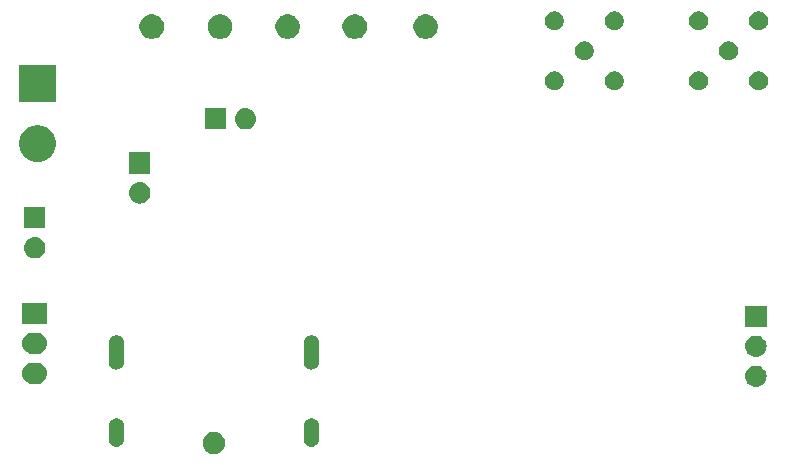
<source format=gbs>
G04 #@! TF.GenerationSoftware,KiCad,Pcbnew,(5.1.4-0-10_14)*
G04 #@! TF.CreationDate,2020-03-05T15:50:17+09:00*
G04 #@! TF.ProjectId,ReadoutBoard_v3_2,52656164-6f75-4744-926f-6172645f7633,rev?*
G04 #@! TF.SameCoordinates,Original*
G04 #@! TF.FileFunction,Soldermask,Bot*
G04 #@! TF.FilePolarity,Negative*
%FSLAX46Y46*%
G04 Gerber Fmt 4.6, Leading zero omitted, Abs format (unit mm)*
G04 Created by KiCad (PCBNEW (5.1.4-0-10_14)) date 2020-03-05 15:50:17*
%MOMM*%
%LPD*%
G04 APERTURE LIST*
%ADD10C,0.100000*%
G04 APERTURE END LIST*
D10*
G36*
X118946195Y-120328946D02*
G01*
X119119266Y-120400634D01*
X119119267Y-120400635D01*
X119275027Y-120504710D01*
X119407490Y-120637173D01*
X119407491Y-120637175D01*
X119511566Y-120792934D01*
X119583254Y-120966005D01*
X119619800Y-121149733D01*
X119619800Y-121337067D01*
X119583254Y-121520795D01*
X119511566Y-121693866D01*
X119511565Y-121693867D01*
X119407490Y-121849627D01*
X119275027Y-121982090D01*
X119196618Y-122034481D01*
X119119266Y-122086166D01*
X118946195Y-122157854D01*
X118762467Y-122194400D01*
X118575133Y-122194400D01*
X118391405Y-122157854D01*
X118218334Y-122086166D01*
X118140982Y-122034481D01*
X118062573Y-121982090D01*
X117930110Y-121849627D01*
X117826035Y-121693867D01*
X117826034Y-121693866D01*
X117754346Y-121520795D01*
X117717800Y-121337067D01*
X117717800Y-121149733D01*
X117754346Y-120966005D01*
X117826034Y-120792934D01*
X117930109Y-120637175D01*
X117930110Y-120637173D01*
X118062573Y-120504710D01*
X118218333Y-120400635D01*
X118218334Y-120400634D01*
X118391405Y-120328946D01*
X118575133Y-120292400D01*
X118762467Y-120292400D01*
X118946195Y-120328946D01*
X118946195Y-120328946D01*
G37*
G36*
X110546417Y-119151820D02*
G01*
X110637203Y-119179360D01*
X110669135Y-119189046D01*
X110782224Y-119249494D01*
X110881354Y-119330847D01*
X110962706Y-119429975D01*
X111023154Y-119543064D01*
X111032840Y-119574996D01*
X111060380Y-119665782D01*
X111069800Y-119761427D01*
X111069800Y-120925373D01*
X111060380Y-121021018D01*
X111032840Y-121111804D01*
X111023154Y-121143736D01*
X110962706Y-121256825D01*
X110881354Y-121355954D01*
X110782225Y-121437306D01*
X110669136Y-121497754D01*
X110637204Y-121507440D01*
X110546418Y-121534980D01*
X110418800Y-121547549D01*
X110291183Y-121534980D01*
X110200397Y-121507440D01*
X110168465Y-121497754D01*
X110055376Y-121437306D01*
X109956247Y-121355954D01*
X109874895Y-121256825D01*
X109814447Y-121143736D01*
X109804761Y-121111804D01*
X109777221Y-121021018D01*
X109767801Y-120925373D01*
X109767800Y-119761428D01*
X109777220Y-119665783D01*
X109814445Y-119543069D01*
X109814446Y-119543065D01*
X109874894Y-119429976D01*
X109956247Y-119330846D01*
X110055375Y-119249494D01*
X110168464Y-119189046D01*
X110200396Y-119179360D01*
X110291182Y-119151820D01*
X110418800Y-119139251D01*
X110546417Y-119151820D01*
X110546417Y-119151820D01*
G37*
G36*
X127056417Y-119151820D02*
G01*
X127147203Y-119179360D01*
X127179135Y-119189046D01*
X127292224Y-119249494D01*
X127391354Y-119330847D01*
X127472706Y-119429975D01*
X127533154Y-119543064D01*
X127542840Y-119574996D01*
X127570380Y-119665782D01*
X127579800Y-119761427D01*
X127579800Y-120925373D01*
X127570380Y-121021018D01*
X127542840Y-121111804D01*
X127533154Y-121143736D01*
X127472706Y-121256825D01*
X127391354Y-121355954D01*
X127292225Y-121437306D01*
X127179136Y-121497754D01*
X127147204Y-121507440D01*
X127056418Y-121534980D01*
X126928800Y-121547549D01*
X126801183Y-121534980D01*
X126710397Y-121507440D01*
X126678465Y-121497754D01*
X126565376Y-121437306D01*
X126466247Y-121355954D01*
X126384895Y-121256825D01*
X126324447Y-121143736D01*
X126314761Y-121111804D01*
X126287221Y-121021018D01*
X126277801Y-120925373D01*
X126277800Y-119761428D01*
X126287220Y-119665783D01*
X126324445Y-119543069D01*
X126324446Y-119543065D01*
X126384894Y-119429976D01*
X126466247Y-119330846D01*
X126565375Y-119249494D01*
X126678464Y-119189046D01*
X126710396Y-119179360D01*
X126801182Y-119151820D01*
X126928800Y-119139251D01*
X127056417Y-119151820D01*
X127056417Y-119151820D01*
G37*
G36*
X164677043Y-114700919D02*
G01*
X164743227Y-114707437D01*
X164913066Y-114758957D01*
X165069591Y-114842622D01*
X165105329Y-114871952D01*
X165206786Y-114955214D01*
X165257942Y-115017549D01*
X165319378Y-115092409D01*
X165403043Y-115248934D01*
X165454563Y-115418773D01*
X165471959Y-115595400D01*
X165454563Y-115772027D01*
X165403043Y-115941866D01*
X165319378Y-116098391D01*
X165290048Y-116134129D01*
X165206786Y-116235586D01*
X165105329Y-116318848D01*
X165069591Y-116348178D01*
X164913066Y-116431843D01*
X164743227Y-116483363D01*
X164677042Y-116489882D01*
X164610860Y-116496400D01*
X164522340Y-116496400D01*
X164456158Y-116489882D01*
X164389973Y-116483363D01*
X164220134Y-116431843D01*
X164063609Y-116348178D01*
X164027871Y-116318848D01*
X163926414Y-116235586D01*
X163843152Y-116134129D01*
X163813822Y-116098391D01*
X163730157Y-115941866D01*
X163678637Y-115772027D01*
X163661241Y-115595400D01*
X163678637Y-115418773D01*
X163730157Y-115248934D01*
X163813822Y-115092409D01*
X163875258Y-115017549D01*
X163926414Y-114955214D01*
X164027871Y-114871952D01*
X164063609Y-114842622D01*
X164220134Y-114758957D01*
X164389973Y-114707437D01*
X164456157Y-114700919D01*
X164522340Y-114694400D01*
X164610860Y-114694400D01*
X164677043Y-114700919D01*
X164677043Y-114700919D01*
G37*
G36*
X103815343Y-114436761D02*
G01*
X103834568Y-114438654D01*
X104007234Y-114491032D01*
X104166365Y-114576089D01*
X104305844Y-114690556D01*
X104420311Y-114830035D01*
X104505368Y-114989166D01*
X104505368Y-114989167D01*
X104536687Y-115092409D01*
X104557746Y-115161833D01*
X104575432Y-115341400D01*
X104557746Y-115520967D01*
X104505368Y-115693634D01*
X104420311Y-115852765D01*
X104305844Y-115992244D01*
X104166365Y-116106711D01*
X104007234Y-116191768D01*
X103920900Y-116217957D01*
X103834568Y-116244146D01*
X103815343Y-116246039D01*
X103699998Y-116257400D01*
X103310002Y-116257400D01*
X103194657Y-116246039D01*
X103175432Y-116244146D01*
X103089100Y-116217957D01*
X103002766Y-116191768D01*
X102843635Y-116106711D01*
X102704156Y-115992244D01*
X102589689Y-115852765D01*
X102504632Y-115693634D01*
X102452254Y-115520967D01*
X102434568Y-115341400D01*
X102452254Y-115161833D01*
X102473314Y-115092409D01*
X102504632Y-114989167D01*
X102504632Y-114989166D01*
X102589689Y-114830035D01*
X102704156Y-114690556D01*
X102843635Y-114576089D01*
X103002766Y-114491032D01*
X103175432Y-114438654D01*
X103194657Y-114436761D01*
X103310002Y-114425400D01*
X103699998Y-114425400D01*
X103815343Y-114436761D01*
X103815343Y-114436761D01*
G37*
G36*
X110546417Y-112121820D02*
G01*
X110637203Y-112149360D01*
X110669135Y-112159046D01*
X110782224Y-112219494D01*
X110881354Y-112300847D01*
X110962706Y-112399975D01*
X111023154Y-112513064D01*
X111032840Y-112544996D01*
X111060380Y-112635782D01*
X111060380Y-112635784D01*
X111067585Y-112708932D01*
X111069800Y-112731427D01*
X111069800Y-114395373D01*
X111060380Y-114491018D01*
X111034574Y-114576089D01*
X111023154Y-114613736D01*
X110962706Y-114726825D01*
X110881354Y-114825954D01*
X110782225Y-114907306D01*
X110669136Y-114967754D01*
X110637204Y-114977440D01*
X110546418Y-115004980D01*
X110418800Y-115017549D01*
X110291183Y-115004980D01*
X110200397Y-114977440D01*
X110168465Y-114967754D01*
X110055376Y-114907306D01*
X109956247Y-114825954D01*
X109874895Y-114726825D01*
X109814447Y-114613736D01*
X109803027Y-114576089D01*
X109777221Y-114491018D01*
X109767801Y-114395373D01*
X109767800Y-112731428D01*
X109777220Y-112635783D01*
X109814445Y-112513069D01*
X109814446Y-112513065D01*
X109874894Y-112399976D01*
X109956247Y-112300846D01*
X110055375Y-112219494D01*
X110168464Y-112159046D01*
X110200396Y-112149360D01*
X110291182Y-112121820D01*
X110418800Y-112109251D01*
X110546417Y-112121820D01*
X110546417Y-112121820D01*
G37*
G36*
X127056417Y-112121820D02*
G01*
X127147203Y-112149360D01*
X127179135Y-112159046D01*
X127292224Y-112219494D01*
X127391354Y-112300847D01*
X127472706Y-112399975D01*
X127533154Y-112513064D01*
X127542840Y-112544996D01*
X127570380Y-112635782D01*
X127570380Y-112635784D01*
X127577585Y-112708932D01*
X127579800Y-112731427D01*
X127579800Y-114395373D01*
X127570380Y-114491018D01*
X127544574Y-114576089D01*
X127533154Y-114613736D01*
X127472706Y-114726825D01*
X127391354Y-114825954D01*
X127292225Y-114907306D01*
X127179136Y-114967754D01*
X127147204Y-114977440D01*
X127056418Y-115004980D01*
X126928800Y-115017549D01*
X126801183Y-115004980D01*
X126710397Y-114977440D01*
X126678465Y-114967754D01*
X126565376Y-114907306D01*
X126466247Y-114825954D01*
X126384895Y-114726825D01*
X126324447Y-114613736D01*
X126313027Y-114576089D01*
X126287221Y-114491018D01*
X126277801Y-114395373D01*
X126277800Y-112731428D01*
X126287220Y-112635783D01*
X126324445Y-112513069D01*
X126324446Y-112513065D01*
X126384894Y-112399976D01*
X126466247Y-112300846D01*
X126565375Y-112219494D01*
X126678464Y-112159046D01*
X126710396Y-112149360D01*
X126801182Y-112121820D01*
X126928800Y-112109251D01*
X127056417Y-112121820D01*
X127056417Y-112121820D01*
G37*
G36*
X164677043Y-112160919D02*
G01*
X164743227Y-112167437D01*
X164913066Y-112218957D01*
X165069591Y-112302622D01*
X165105329Y-112331952D01*
X165206786Y-112415214D01*
X165287092Y-112513069D01*
X165319378Y-112552409D01*
X165403043Y-112708934D01*
X165454563Y-112878773D01*
X165471959Y-113055400D01*
X165454563Y-113232027D01*
X165403043Y-113401866D01*
X165319378Y-113558391D01*
X165290048Y-113594129D01*
X165206786Y-113695586D01*
X165105329Y-113778848D01*
X165069591Y-113808178D01*
X164913066Y-113891843D01*
X164743227Y-113943363D01*
X164677043Y-113949881D01*
X164610860Y-113956400D01*
X164522340Y-113956400D01*
X164456157Y-113949881D01*
X164389973Y-113943363D01*
X164220134Y-113891843D01*
X164063609Y-113808178D01*
X164027871Y-113778848D01*
X163926414Y-113695586D01*
X163843152Y-113594129D01*
X163813822Y-113558391D01*
X163730157Y-113401866D01*
X163678637Y-113232027D01*
X163661241Y-113055400D01*
X163678637Y-112878773D01*
X163730157Y-112708934D01*
X163813822Y-112552409D01*
X163846108Y-112513069D01*
X163926414Y-112415214D01*
X164027871Y-112331952D01*
X164063609Y-112302622D01*
X164220134Y-112218957D01*
X164389973Y-112167437D01*
X164456157Y-112160919D01*
X164522340Y-112154400D01*
X164610860Y-112154400D01*
X164677043Y-112160919D01*
X164677043Y-112160919D01*
G37*
G36*
X103815343Y-111896761D02*
G01*
X103834568Y-111898654D01*
X104007234Y-111951032D01*
X104166365Y-112036089D01*
X104305844Y-112150556D01*
X104420311Y-112290035D01*
X104505368Y-112449166D01*
X104524752Y-112513068D01*
X104536687Y-112552409D01*
X104557746Y-112621833D01*
X104575432Y-112801400D01*
X104557746Y-112980967D01*
X104505368Y-113153634D01*
X104420311Y-113312765D01*
X104305844Y-113452244D01*
X104166365Y-113566711D01*
X104007234Y-113651768D01*
X103920900Y-113677957D01*
X103834568Y-113704146D01*
X103815343Y-113706039D01*
X103699998Y-113717400D01*
X103310002Y-113717400D01*
X103194657Y-113706039D01*
X103175432Y-113704146D01*
X103089100Y-113677957D01*
X103002766Y-113651768D01*
X102843635Y-113566711D01*
X102704156Y-113452244D01*
X102589689Y-113312765D01*
X102504632Y-113153634D01*
X102452254Y-112980967D01*
X102434568Y-112801400D01*
X102452254Y-112621833D01*
X102473314Y-112552409D01*
X102485248Y-112513068D01*
X102504632Y-112449166D01*
X102589689Y-112290035D01*
X102704156Y-112150556D01*
X102843635Y-112036089D01*
X103002766Y-111951032D01*
X103175432Y-111898654D01*
X103194657Y-111896761D01*
X103310002Y-111885400D01*
X103699998Y-111885400D01*
X103815343Y-111896761D01*
X103815343Y-111896761D01*
G37*
G36*
X165467600Y-111416400D02*
G01*
X163665600Y-111416400D01*
X163665600Y-109614400D01*
X165467600Y-109614400D01*
X165467600Y-111416400D01*
X165467600Y-111416400D01*
G37*
G36*
X104571000Y-111177400D02*
G01*
X102439000Y-111177400D01*
X102439000Y-109345400D01*
X104571000Y-109345400D01*
X104571000Y-111177400D01*
X104571000Y-111177400D01*
G37*
G36*
X103615443Y-103817019D02*
G01*
X103681627Y-103823537D01*
X103851466Y-103875057D01*
X104007991Y-103958722D01*
X104043729Y-103988052D01*
X104145186Y-104071314D01*
X104228448Y-104172771D01*
X104257778Y-104208509D01*
X104341443Y-104365034D01*
X104392963Y-104534873D01*
X104410359Y-104711500D01*
X104392963Y-104888127D01*
X104341443Y-105057966D01*
X104257778Y-105214491D01*
X104228448Y-105250229D01*
X104145186Y-105351686D01*
X104043729Y-105434948D01*
X104007991Y-105464278D01*
X103851466Y-105547943D01*
X103681627Y-105599463D01*
X103615443Y-105605981D01*
X103549260Y-105612500D01*
X103460740Y-105612500D01*
X103394557Y-105605981D01*
X103328373Y-105599463D01*
X103158534Y-105547943D01*
X103002009Y-105464278D01*
X102966271Y-105434948D01*
X102864814Y-105351686D01*
X102781552Y-105250229D01*
X102752222Y-105214491D01*
X102668557Y-105057966D01*
X102617037Y-104888127D01*
X102599641Y-104711500D01*
X102617037Y-104534873D01*
X102668557Y-104365034D01*
X102752222Y-104208509D01*
X102781552Y-104172771D01*
X102864814Y-104071314D01*
X102966271Y-103988052D01*
X103002009Y-103958722D01*
X103158534Y-103875057D01*
X103328373Y-103823537D01*
X103394558Y-103817018D01*
X103460740Y-103810500D01*
X103549260Y-103810500D01*
X103615443Y-103817019D01*
X103615443Y-103817019D01*
G37*
G36*
X104406000Y-103072500D02*
G01*
X102604000Y-103072500D01*
X102604000Y-101270500D01*
X104406000Y-101270500D01*
X104406000Y-103072500D01*
X104406000Y-103072500D01*
G37*
G36*
X112505442Y-99168818D02*
G01*
X112571627Y-99175337D01*
X112741466Y-99226857D01*
X112897991Y-99310522D01*
X112933729Y-99339852D01*
X113035186Y-99423114D01*
X113118448Y-99524571D01*
X113147778Y-99560309D01*
X113231443Y-99716834D01*
X113282963Y-99886673D01*
X113300359Y-100063300D01*
X113282963Y-100239927D01*
X113231443Y-100409766D01*
X113147778Y-100566291D01*
X113118448Y-100602029D01*
X113035186Y-100703486D01*
X112933729Y-100786748D01*
X112897991Y-100816078D01*
X112741466Y-100899743D01*
X112571627Y-100951263D01*
X112505443Y-100957781D01*
X112439260Y-100964300D01*
X112350740Y-100964300D01*
X112284557Y-100957781D01*
X112218373Y-100951263D01*
X112048534Y-100899743D01*
X111892009Y-100816078D01*
X111856271Y-100786748D01*
X111754814Y-100703486D01*
X111671552Y-100602029D01*
X111642222Y-100566291D01*
X111558557Y-100409766D01*
X111507037Y-100239927D01*
X111489641Y-100063300D01*
X111507037Y-99886673D01*
X111558557Y-99716834D01*
X111642222Y-99560309D01*
X111671552Y-99524571D01*
X111754814Y-99423114D01*
X111856271Y-99339852D01*
X111892009Y-99310522D01*
X112048534Y-99226857D01*
X112218373Y-99175337D01*
X112284557Y-99168819D01*
X112350740Y-99162300D01*
X112439260Y-99162300D01*
X112505442Y-99168818D01*
X112505442Y-99168818D01*
G37*
G36*
X113296000Y-98424300D02*
G01*
X111494000Y-98424300D01*
X111494000Y-96622300D01*
X113296000Y-96622300D01*
X113296000Y-98424300D01*
X113296000Y-98424300D01*
G37*
G36*
X104061585Y-94363802D02*
G01*
X104211410Y-94393604D01*
X104493674Y-94510521D01*
X104747705Y-94680259D01*
X104963741Y-94896295D01*
X105133479Y-95150326D01*
X105250396Y-95432590D01*
X105310000Y-95732240D01*
X105310000Y-96037760D01*
X105250396Y-96337410D01*
X105133479Y-96619674D01*
X104963741Y-96873705D01*
X104747705Y-97089741D01*
X104493674Y-97259479D01*
X104211410Y-97376396D01*
X104061585Y-97406198D01*
X103911761Y-97436000D01*
X103606239Y-97436000D01*
X103456415Y-97406198D01*
X103306590Y-97376396D01*
X103024326Y-97259479D01*
X102770295Y-97089741D01*
X102554259Y-96873705D01*
X102384521Y-96619674D01*
X102267604Y-96337410D01*
X102208000Y-96037760D01*
X102208000Y-95732240D01*
X102267604Y-95432590D01*
X102384521Y-95150326D01*
X102554259Y-94896295D01*
X102770295Y-94680259D01*
X103024326Y-94510521D01*
X103306590Y-94393604D01*
X103456415Y-94363802D01*
X103606239Y-94334000D01*
X103911761Y-94334000D01*
X104061585Y-94363802D01*
X104061585Y-94363802D01*
G37*
G36*
X121458942Y-92882318D02*
G01*
X121525127Y-92888837D01*
X121694966Y-92940357D01*
X121851491Y-93024022D01*
X121887229Y-93053352D01*
X121988686Y-93136614D01*
X122071948Y-93238071D01*
X122101278Y-93273809D01*
X122184943Y-93430334D01*
X122236463Y-93600173D01*
X122253859Y-93776800D01*
X122236463Y-93953427D01*
X122184943Y-94123266D01*
X122101278Y-94279791D01*
X122071948Y-94315529D01*
X121988686Y-94416986D01*
X121887229Y-94500248D01*
X121851491Y-94529578D01*
X121694966Y-94613243D01*
X121525127Y-94664763D01*
X121458943Y-94671281D01*
X121392760Y-94677800D01*
X121304240Y-94677800D01*
X121238057Y-94671281D01*
X121171873Y-94664763D01*
X121002034Y-94613243D01*
X120845509Y-94529578D01*
X120809771Y-94500248D01*
X120708314Y-94416986D01*
X120625052Y-94315529D01*
X120595722Y-94279791D01*
X120512057Y-94123266D01*
X120460537Y-93953427D01*
X120443141Y-93776800D01*
X120460537Y-93600173D01*
X120512057Y-93430334D01*
X120595722Y-93273809D01*
X120625052Y-93238071D01*
X120708314Y-93136614D01*
X120809771Y-93053352D01*
X120845509Y-93024022D01*
X121002034Y-92940357D01*
X121171873Y-92888837D01*
X121238058Y-92882318D01*
X121304240Y-92875800D01*
X121392760Y-92875800D01*
X121458942Y-92882318D01*
X121458942Y-92882318D01*
G37*
G36*
X119709500Y-94677800D02*
G01*
X117907500Y-94677800D01*
X117907500Y-92875800D01*
X119709500Y-92875800D01*
X119709500Y-94677800D01*
X119709500Y-94677800D01*
G37*
G36*
X105310000Y-92356000D02*
G01*
X102208000Y-92356000D01*
X102208000Y-89254000D01*
X105310000Y-89254000D01*
X105310000Y-92356000D01*
X105310000Y-92356000D01*
G37*
G36*
X147731442Y-89806181D02*
G01*
X147877214Y-89866562D01*
X147877216Y-89866563D01*
X148008408Y-89954222D01*
X148119978Y-90065792D01*
X148207637Y-90196984D01*
X148207638Y-90196986D01*
X148268019Y-90342758D01*
X148298800Y-90497507D01*
X148298800Y-90655293D01*
X148268019Y-90810042D01*
X148207638Y-90955814D01*
X148207637Y-90955816D01*
X148119978Y-91087008D01*
X148008408Y-91198578D01*
X147877216Y-91286237D01*
X147877215Y-91286238D01*
X147877214Y-91286238D01*
X147731442Y-91346619D01*
X147576693Y-91377400D01*
X147418907Y-91377400D01*
X147264158Y-91346619D01*
X147118386Y-91286238D01*
X147118385Y-91286238D01*
X147118384Y-91286237D01*
X146987192Y-91198578D01*
X146875622Y-91087008D01*
X146787963Y-90955816D01*
X146787962Y-90955814D01*
X146727581Y-90810042D01*
X146696800Y-90655293D01*
X146696800Y-90497507D01*
X146727581Y-90342758D01*
X146787962Y-90196986D01*
X146787963Y-90196984D01*
X146875622Y-90065792D01*
X146987192Y-89954222D01*
X147118384Y-89866563D01*
X147118386Y-89866562D01*
X147264158Y-89806181D01*
X147418907Y-89775400D01*
X147576693Y-89775400D01*
X147731442Y-89806181D01*
X147731442Y-89806181D01*
G37*
G36*
X152811442Y-89806181D02*
G01*
X152957214Y-89866562D01*
X152957216Y-89866563D01*
X153088408Y-89954222D01*
X153199978Y-90065792D01*
X153287637Y-90196984D01*
X153287638Y-90196986D01*
X153348019Y-90342758D01*
X153378800Y-90497507D01*
X153378800Y-90655293D01*
X153348019Y-90810042D01*
X153287638Y-90955814D01*
X153287637Y-90955816D01*
X153199978Y-91087008D01*
X153088408Y-91198578D01*
X152957216Y-91286237D01*
X152957215Y-91286238D01*
X152957214Y-91286238D01*
X152811442Y-91346619D01*
X152656693Y-91377400D01*
X152498907Y-91377400D01*
X152344158Y-91346619D01*
X152198386Y-91286238D01*
X152198385Y-91286238D01*
X152198384Y-91286237D01*
X152067192Y-91198578D01*
X151955622Y-91087008D01*
X151867963Y-90955816D01*
X151867962Y-90955814D01*
X151807581Y-90810042D01*
X151776800Y-90655293D01*
X151776800Y-90497507D01*
X151807581Y-90342758D01*
X151867962Y-90196986D01*
X151867963Y-90196984D01*
X151955622Y-90065792D01*
X152067192Y-89954222D01*
X152198384Y-89866563D01*
X152198386Y-89866562D01*
X152344158Y-89806181D01*
X152498907Y-89775400D01*
X152656693Y-89775400D01*
X152811442Y-89806181D01*
X152811442Y-89806181D01*
G37*
G36*
X159948842Y-89806181D02*
G01*
X160094614Y-89866562D01*
X160094616Y-89866563D01*
X160225808Y-89954222D01*
X160337378Y-90065792D01*
X160425037Y-90196984D01*
X160425038Y-90196986D01*
X160485419Y-90342758D01*
X160516200Y-90497507D01*
X160516200Y-90655293D01*
X160485419Y-90810042D01*
X160425038Y-90955814D01*
X160425037Y-90955816D01*
X160337378Y-91087008D01*
X160225808Y-91198578D01*
X160094616Y-91286237D01*
X160094615Y-91286238D01*
X160094614Y-91286238D01*
X159948842Y-91346619D01*
X159794093Y-91377400D01*
X159636307Y-91377400D01*
X159481558Y-91346619D01*
X159335786Y-91286238D01*
X159335785Y-91286238D01*
X159335784Y-91286237D01*
X159204592Y-91198578D01*
X159093022Y-91087008D01*
X159005363Y-90955816D01*
X159005362Y-90955814D01*
X158944981Y-90810042D01*
X158914200Y-90655293D01*
X158914200Y-90497507D01*
X158944981Y-90342758D01*
X159005362Y-90196986D01*
X159005363Y-90196984D01*
X159093022Y-90065792D01*
X159204592Y-89954222D01*
X159335784Y-89866563D01*
X159335786Y-89866562D01*
X159481558Y-89806181D01*
X159636307Y-89775400D01*
X159794093Y-89775400D01*
X159948842Y-89806181D01*
X159948842Y-89806181D01*
G37*
G36*
X165028842Y-89806181D02*
G01*
X165174614Y-89866562D01*
X165174616Y-89866563D01*
X165305808Y-89954222D01*
X165417378Y-90065792D01*
X165505037Y-90196984D01*
X165505038Y-90196986D01*
X165565419Y-90342758D01*
X165596200Y-90497507D01*
X165596200Y-90655293D01*
X165565419Y-90810042D01*
X165505038Y-90955814D01*
X165505037Y-90955816D01*
X165417378Y-91087008D01*
X165305808Y-91198578D01*
X165174616Y-91286237D01*
X165174615Y-91286238D01*
X165174614Y-91286238D01*
X165028842Y-91346619D01*
X164874093Y-91377400D01*
X164716307Y-91377400D01*
X164561558Y-91346619D01*
X164415786Y-91286238D01*
X164415785Y-91286238D01*
X164415784Y-91286237D01*
X164284592Y-91198578D01*
X164173022Y-91087008D01*
X164085363Y-90955816D01*
X164085362Y-90955814D01*
X164024981Y-90810042D01*
X163994200Y-90655293D01*
X163994200Y-90497507D01*
X164024981Y-90342758D01*
X164085362Y-90196986D01*
X164085363Y-90196984D01*
X164173022Y-90065792D01*
X164284592Y-89954222D01*
X164415784Y-89866563D01*
X164415786Y-89866562D01*
X164561558Y-89806181D01*
X164716307Y-89775400D01*
X164874093Y-89775400D01*
X165028842Y-89806181D01*
X165028842Y-89806181D01*
G37*
G36*
X162488842Y-87266181D02*
G01*
X162634614Y-87326562D01*
X162634616Y-87326563D01*
X162765808Y-87414222D01*
X162877378Y-87525792D01*
X162965037Y-87656984D01*
X162965038Y-87656986D01*
X163025419Y-87802758D01*
X163056200Y-87957507D01*
X163056200Y-88115293D01*
X163025419Y-88270042D01*
X162965038Y-88415814D01*
X162965037Y-88415816D01*
X162877378Y-88547008D01*
X162765808Y-88658578D01*
X162634616Y-88746237D01*
X162634615Y-88746238D01*
X162634614Y-88746238D01*
X162488842Y-88806619D01*
X162334093Y-88837400D01*
X162176307Y-88837400D01*
X162021558Y-88806619D01*
X161875786Y-88746238D01*
X161875785Y-88746238D01*
X161875784Y-88746237D01*
X161744592Y-88658578D01*
X161633022Y-88547008D01*
X161545363Y-88415816D01*
X161545362Y-88415814D01*
X161484981Y-88270042D01*
X161454200Y-88115293D01*
X161454200Y-87957507D01*
X161484981Y-87802758D01*
X161545362Y-87656986D01*
X161545363Y-87656984D01*
X161633022Y-87525792D01*
X161744592Y-87414222D01*
X161875784Y-87326563D01*
X161875786Y-87326562D01*
X162021558Y-87266181D01*
X162176307Y-87235400D01*
X162334093Y-87235400D01*
X162488842Y-87266181D01*
X162488842Y-87266181D01*
G37*
G36*
X150271442Y-87266181D02*
G01*
X150417214Y-87326562D01*
X150417216Y-87326563D01*
X150548408Y-87414222D01*
X150659978Y-87525792D01*
X150747637Y-87656984D01*
X150747638Y-87656986D01*
X150808019Y-87802758D01*
X150838800Y-87957507D01*
X150838800Y-88115293D01*
X150808019Y-88270042D01*
X150747638Y-88415814D01*
X150747637Y-88415816D01*
X150659978Y-88547008D01*
X150548408Y-88658578D01*
X150417216Y-88746237D01*
X150417215Y-88746238D01*
X150417214Y-88746238D01*
X150271442Y-88806619D01*
X150116693Y-88837400D01*
X149958907Y-88837400D01*
X149804158Y-88806619D01*
X149658386Y-88746238D01*
X149658385Y-88746238D01*
X149658384Y-88746237D01*
X149527192Y-88658578D01*
X149415622Y-88547008D01*
X149327963Y-88415816D01*
X149327962Y-88415814D01*
X149267581Y-88270042D01*
X149236800Y-88115293D01*
X149236800Y-87957507D01*
X149267581Y-87802758D01*
X149327962Y-87656986D01*
X149327963Y-87656984D01*
X149415622Y-87525792D01*
X149527192Y-87414222D01*
X149658384Y-87326563D01*
X149658386Y-87326562D01*
X149804158Y-87266181D01*
X149958907Y-87235400D01*
X150116693Y-87235400D01*
X150271442Y-87266181D01*
X150271442Y-87266181D01*
G37*
G36*
X113717564Y-84968389D02*
G01*
X113908833Y-85047615D01*
X113908835Y-85047616D01*
X114012651Y-85116984D01*
X114080973Y-85162635D01*
X114227365Y-85309027D01*
X114342385Y-85481167D01*
X114421611Y-85672436D01*
X114462000Y-85875484D01*
X114462000Y-86082516D01*
X114421611Y-86285564D01*
X114416708Y-86297400D01*
X114342384Y-86476835D01*
X114227365Y-86648973D01*
X114080973Y-86795365D01*
X113908835Y-86910384D01*
X113908834Y-86910385D01*
X113908833Y-86910385D01*
X113717564Y-86989611D01*
X113514516Y-87030000D01*
X113307484Y-87030000D01*
X113104436Y-86989611D01*
X112913167Y-86910385D01*
X112913166Y-86910385D01*
X112913165Y-86910384D01*
X112741027Y-86795365D01*
X112594635Y-86648973D01*
X112479616Y-86476835D01*
X112405292Y-86297400D01*
X112400389Y-86285564D01*
X112360000Y-86082516D01*
X112360000Y-85875484D01*
X112400389Y-85672436D01*
X112479615Y-85481167D01*
X112594635Y-85309027D01*
X112741027Y-85162635D01*
X112809349Y-85116984D01*
X112913165Y-85047616D01*
X112913167Y-85047615D01*
X113104436Y-84968389D01*
X113307484Y-84928000D01*
X113514516Y-84928000D01*
X113717564Y-84968389D01*
X113717564Y-84968389D01*
G37*
G36*
X136907764Y-84968389D02*
G01*
X137099033Y-85047615D01*
X137099035Y-85047616D01*
X137202851Y-85116984D01*
X137271173Y-85162635D01*
X137417565Y-85309027D01*
X137532585Y-85481167D01*
X137611811Y-85672436D01*
X137652200Y-85875484D01*
X137652200Y-86082516D01*
X137611811Y-86285564D01*
X137606908Y-86297400D01*
X137532584Y-86476835D01*
X137417565Y-86648973D01*
X137271173Y-86795365D01*
X137099035Y-86910384D01*
X137099034Y-86910385D01*
X137099033Y-86910385D01*
X136907764Y-86989611D01*
X136704716Y-87030000D01*
X136497684Y-87030000D01*
X136294636Y-86989611D01*
X136103367Y-86910385D01*
X136103366Y-86910385D01*
X136103365Y-86910384D01*
X135931227Y-86795365D01*
X135784835Y-86648973D01*
X135669816Y-86476835D01*
X135595492Y-86297400D01*
X135590589Y-86285564D01*
X135550200Y-86082516D01*
X135550200Y-85875484D01*
X135590589Y-85672436D01*
X135669815Y-85481167D01*
X135784835Y-85309027D01*
X135931227Y-85162635D01*
X135999549Y-85116984D01*
X136103365Y-85047616D01*
X136103367Y-85047615D01*
X136294636Y-84968389D01*
X136497684Y-84928000D01*
X136704716Y-84928000D01*
X136907764Y-84968389D01*
X136907764Y-84968389D01*
G37*
G36*
X130913364Y-84968389D02*
G01*
X131104633Y-85047615D01*
X131104635Y-85047616D01*
X131208451Y-85116984D01*
X131276773Y-85162635D01*
X131423165Y-85309027D01*
X131538185Y-85481167D01*
X131617411Y-85672436D01*
X131657800Y-85875484D01*
X131657800Y-86082516D01*
X131617411Y-86285564D01*
X131612508Y-86297400D01*
X131538184Y-86476835D01*
X131423165Y-86648973D01*
X131276773Y-86795365D01*
X131104635Y-86910384D01*
X131104634Y-86910385D01*
X131104633Y-86910385D01*
X130913364Y-86989611D01*
X130710316Y-87030000D01*
X130503284Y-87030000D01*
X130300236Y-86989611D01*
X130108967Y-86910385D01*
X130108966Y-86910385D01*
X130108965Y-86910384D01*
X129936827Y-86795365D01*
X129790435Y-86648973D01*
X129675416Y-86476835D01*
X129601092Y-86297400D01*
X129596189Y-86285564D01*
X129555800Y-86082516D01*
X129555800Y-85875484D01*
X129596189Y-85672436D01*
X129675415Y-85481167D01*
X129790435Y-85309027D01*
X129936827Y-85162635D01*
X130005149Y-85116984D01*
X130108965Y-85047616D01*
X130108967Y-85047615D01*
X130300236Y-84968389D01*
X130503284Y-84928000D01*
X130710316Y-84928000D01*
X130913364Y-84968389D01*
X130913364Y-84968389D01*
G37*
G36*
X125223764Y-84968389D02*
G01*
X125415033Y-85047615D01*
X125415035Y-85047616D01*
X125518851Y-85116984D01*
X125587173Y-85162635D01*
X125733565Y-85309027D01*
X125848585Y-85481167D01*
X125927811Y-85672436D01*
X125968200Y-85875484D01*
X125968200Y-86082516D01*
X125927811Y-86285564D01*
X125922908Y-86297400D01*
X125848584Y-86476835D01*
X125733565Y-86648973D01*
X125587173Y-86795365D01*
X125415035Y-86910384D01*
X125415034Y-86910385D01*
X125415033Y-86910385D01*
X125223764Y-86989611D01*
X125020716Y-87030000D01*
X124813684Y-87030000D01*
X124610636Y-86989611D01*
X124419367Y-86910385D01*
X124419366Y-86910385D01*
X124419365Y-86910384D01*
X124247227Y-86795365D01*
X124100835Y-86648973D01*
X123985816Y-86476835D01*
X123911492Y-86297400D01*
X123906589Y-86285564D01*
X123866200Y-86082516D01*
X123866200Y-85875484D01*
X123906589Y-85672436D01*
X123985815Y-85481167D01*
X124100835Y-85309027D01*
X124247227Y-85162635D01*
X124315549Y-85116984D01*
X124419365Y-85047616D01*
X124419367Y-85047615D01*
X124610636Y-84968389D01*
X124813684Y-84928000D01*
X125020716Y-84928000D01*
X125223764Y-84968389D01*
X125223764Y-84968389D01*
G37*
G36*
X119508764Y-84968389D02*
G01*
X119700033Y-85047615D01*
X119700035Y-85047616D01*
X119803851Y-85116984D01*
X119872173Y-85162635D01*
X120018565Y-85309027D01*
X120133585Y-85481167D01*
X120212811Y-85672436D01*
X120253200Y-85875484D01*
X120253200Y-86082516D01*
X120212811Y-86285564D01*
X120207908Y-86297400D01*
X120133584Y-86476835D01*
X120018565Y-86648973D01*
X119872173Y-86795365D01*
X119700035Y-86910384D01*
X119700034Y-86910385D01*
X119700033Y-86910385D01*
X119508764Y-86989611D01*
X119305716Y-87030000D01*
X119098684Y-87030000D01*
X118895636Y-86989611D01*
X118704367Y-86910385D01*
X118704366Y-86910385D01*
X118704365Y-86910384D01*
X118532227Y-86795365D01*
X118385835Y-86648973D01*
X118270816Y-86476835D01*
X118196492Y-86297400D01*
X118191589Y-86285564D01*
X118151200Y-86082516D01*
X118151200Y-85875484D01*
X118191589Y-85672436D01*
X118270815Y-85481167D01*
X118385835Y-85309027D01*
X118532227Y-85162635D01*
X118600549Y-85116984D01*
X118704365Y-85047616D01*
X118704367Y-85047615D01*
X118895636Y-84968389D01*
X119098684Y-84928000D01*
X119305716Y-84928000D01*
X119508764Y-84968389D01*
X119508764Y-84968389D01*
G37*
G36*
X165028842Y-84726181D02*
G01*
X165174614Y-84786562D01*
X165174616Y-84786563D01*
X165305808Y-84874222D01*
X165417378Y-84985792D01*
X165458686Y-85047615D01*
X165505038Y-85116986D01*
X165565419Y-85262758D01*
X165596200Y-85417507D01*
X165596200Y-85575293D01*
X165565419Y-85730042D01*
X165505175Y-85875484D01*
X165505037Y-85875816D01*
X165417378Y-86007008D01*
X165305808Y-86118578D01*
X165174616Y-86206237D01*
X165174615Y-86206238D01*
X165174614Y-86206238D01*
X165028842Y-86266619D01*
X164874093Y-86297400D01*
X164716307Y-86297400D01*
X164561558Y-86266619D01*
X164415786Y-86206238D01*
X164415785Y-86206238D01*
X164415784Y-86206237D01*
X164284592Y-86118578D01*
X164173022Y-86007008D01*
X164085363Y-85875816D01*
X164085225Y-85875484D01*
X164024981Y-85730042D01*
X163994200Y-85575293D01*
X163994200Y-85417507D01*
X164024981Y-85262758D01*
X164085362Y-85116986D01*
X164131714Y-85047615D01*
X164173022Y-84985792D01*
X164284592Y-84874222D01*
X164415784Y-84786563D01*
X164415786Y-84786562D01*
X164561558Y-84726181D01*
X164716307Y-84695400D01*
X164874093Y-84695400D01*
X165028842Y-84726181D01*
X165028842Y-84726181D01*
G37*
G36*
X159948842Y-84726181D02*
G01*
X160094614Y-84786562D01*
X160094616Y-84786563D01*
X160225808Y-84874222D01*
X160337378Y-84985792D01*
X160378686Y-85047615D01*
X160425038Y-85116986D01*
X160485419Y-85262758D01*
X160516200Y-85417507D01*
X160516200Y-85575293D01*
X160485419Y-85730042D01*
X160425175Y-85875484D01*
X160425037Y-85875816D01*
X160337378Y-86007008D01*
X160225808Y-86118578D01*
X160094616Y-86206237D01*
X160094615Y-86206238D01*
X160094614Y-86206238D01*
X159948842Y-86266619D01*
X159794093Y-86297400D01*
X159636307Y-86297400D01*
X159481558Y-86266619D01*
X159335786Y-86206238D01*
X159335785Y-86206238D01*
X159335784Y-86206237D01*
X159204592Y-86118578D01*
X159093022Y-86007008D01*
X159005363Y-85875816D01*
X159005225Y-85875484D01*
X158944981Y-85730042D01*
X158914200Y-85575293D01*
X158914200Y-85417507D01*
X158944981Y-85262758D01*
X159005362Y-85116986D01*
X159051714Y-85047615D01*
X159093022Y-84985792D01*
X159204592Y-84874222D01*
X159335784Y-84786563D01*
X159335786Y-84786562D01*
X159481558Y-84726181D01*
X159636307Y-84695400D01*
X159794093Y-84695400D01*
X159948842Y-84726181D01*
X159948842Y-84726181D01*
G37*
G36*
X152811442Y-84726181D02*
G01*
X152957214Y-84786562D01*
X152957216Y-84786563D01*
X153088408Y-84874222D01*
X153199978Y-84985792D01*
X153241286Y-85047615D01*
X153287638Y-85116986D01*
X153348019Y-85262758D01*
X153378800Y-85417507D01*
X153378800Y-85575293D01*
X153348019Y-85730042D01*
X153287775Y-85875484D01*
X153287637Y-85875816D01*
X153199978Y-86007008D01*
X153088408Y-86118578D01*
X152957216Y-86206237D01*
X152957215Y-86206238D01*
X152957214Y-86206238D01*
X152811442Y-86266619D01*
X152656693Y-86297400D01*
X152498907Y-86297400D01*
X152344158Y-86266619D01*
X152198386Y-86206238D01*
X152198385Y-86206238D01*
X152198384Y-86206237D01*
X152067192Y-86118578D01*
X151955622Y-86007008D01*
X151867963Y-85875816D01*
X151867825Y-85875484D01*
X151807581Y-85730042D01*
X151776800Y-85575293D01*
X151776800Y-85417507D01*
X151807581Y-85262758D01*
X151867962Y-85116986D01*
X151914314Y-85047615D01*
X151955622Y-84985792D01*
X152067192Y-84874222D01*
X152198384Y-84786563D01*
X152198386Y-84786562D01*
X152344158Y-84726181D01*
X152498907Y-84695400D01*
X152656693Y-84695400D01*
X152811442Y-84726181D01*
X152811442Y-84726181D01*
G37*
G36*
X147731442Y-84726181D02*
G01*
X147877214Y-84786562D01*
X147877216Y-84786563D01*
X148008408Y-84874222D01*
X148119978Y-84985792D01*
X148161286Y-85047615D01*
X148207638Y-85116986D01*
X148268019Y-85262758D01*
X148298800Y-85417507D01*
X148298800Y-85575293D01*
X148268019Y-85730042D01*
X148207775Y-85875484D01*
X148207637Y-85875816D01*
X148119978Y-86007008D01*
X148008408Y-86118578D01*
X147877216Y-86206237D01*
X147877215Y-86206238D01*
X147877214Y-86206238D01*
X147731442Y-86266619D01*
X147576693Y-86297400D01*
X147418907Y-86297400D01*
X147264158Y-86266619D01*
X147118386Y-86206238D01*
X147118385Y-86206238D01*
X147118384Y-86206237D01*
X146987192Y-86118578D01*
X146875622Y-86007008D01*
X146787963Y-85875816D01*
X146787825Y-85875484D01*
X146727581Y-85730042D01*
X146696800Y-85575293D01*
X146696800Y-85417507D01*
X146727581Y-85262758D01*
X146787962Y-85116986D01*
X146834314Y-85047615D01*
X146875622Y-84985792D01*
X146987192Y-84874222D01*
X147118384Y-84786563D01*
X147118386Y-84786562D01*
X147264158Y-84726181D01*
X147418907Y-84695400D01*
X147576693Y-84695400D01*
X147731442Y-84726181D01*
X147731442Y-84726181D01*
G37*
M02*

</source>
